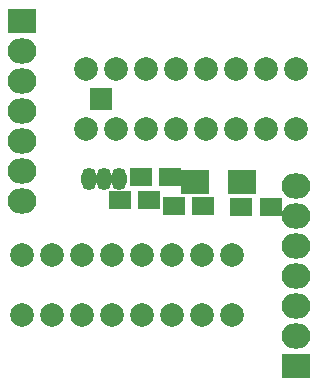
<source format=gbr>
G04 #@! TF.FileFunction,Soldermask,Top*
%FSLAX46Y46*%
G04 Gerber Fmt 4.6, Leading zero omitted, Abs format (unit mm)*
G04 Created by KiCad (PCBNEW 4.0.0-stable) date 17.06.2016 16:47:32*
%MOMM*%
G01*
G04 APERTURE LIST*
%ADD10C,0.100000*%
%ADD11R,2.432000X2.127200*%
%ADD12O,2.432000X2.127200*%
%ADD13C,2.000000*%
%ADD14R,1.900000X1.650000*%
%ADD15R,2.400000X2.000000*%
%ADD16O,1.299160X1.901140*%
%ADD17R,1.901140X1.901140*%
G04 APERTURE END LIST*
D10*
D11*
X124587000Y-102362000D03*
D12*
X124587000Y-99822000D03*
X124587000Y-97282000D03*
X124587000Y-94742000D03*
X124587000Y-92202000D03*
X124587000Y-89662000D03*
X124587000Y-87122000D03*
D13*
X122047000Y-82296000D03*
X122047000Y-77216000D03*
X119507000Y-82296000D03*
X119507000Y-77216000D03*
X124587000Y-77216000D03*
X124587000Y-82296000D03*
X116967000Y-77216000D03*
X116967000Y-82296000D03*
X114427000Y-77216000D03*
X111887000Y-77216000D03*
X109347000Y-77216000D03*
X106807000Y-77216000D03*
X114427000Y-82296000D03*
X111887000Y-82296000D03*
X109347000Y-82296000D03*
X106807000Y-82296000D03*
X103886000Y-92964000D03*
X103886000Y-98044000D03*
X106426000Y-92964000D03*
X106426000Y-98044000D03*
X101346000Y-98044000D03*
X101346000Y-92964000D03*
X108966000Y-98044000D03*
X108966000Y-92964000D03*
X111506000Y-98044000D03*
X114046000Y-98044000D03*
X116586000Y-98044000D03*
X119126000Y-98044000D03*
X111506000Y-92964000D03*
X114046000Y-92964000D03*
X116586000Y-92964000D03*
X119126000Y-92964000D03*
D14*
X109621000Y-88265000D03*
X112121000Y-88265000D03*
X119908000Y-88900000D03*
X122408000Y-88900000D03*
X116693000Y-88773000D03*
X114193000Y-88773000D03*
X111399000Y-86360000D03*
X113899000Y-86360000D03*
D15*
X119983000Y-86741000D03*
X115983000Y-86741000D03*
D11*
X101346000Y-73152000D03*
D12*
X101346000Y-75692000D03*
X101346000Y-78232000D03*
X101346000Y-80772000D03*
X101346000Y-83312000D03*
X101346000Y-85852000D03*
X101346000Y-88392000D03*
D16*
X108331000Y-86487000D03*
X107061000Y-86487000D03*
X109601000Y-86487000D03*
D17*
X108077000Y-79756000D03*
M02*

</source>
